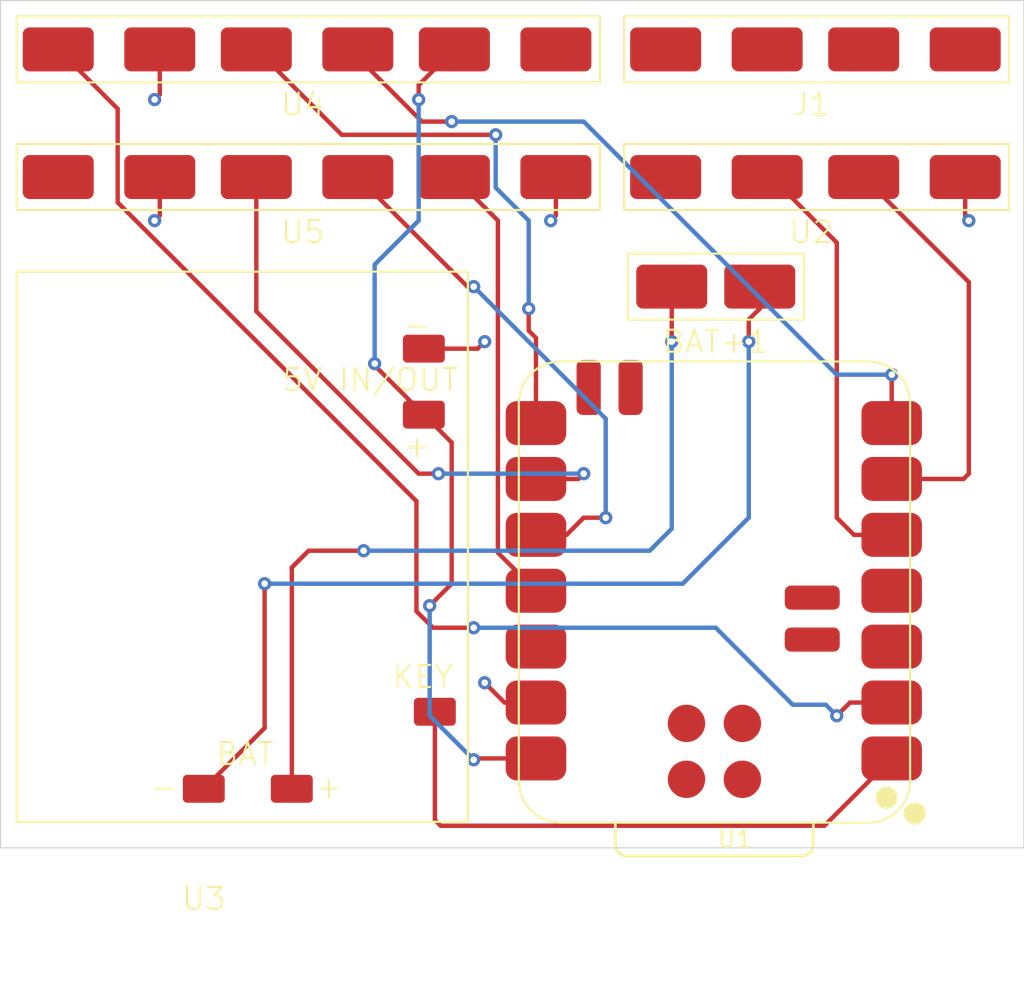
<source format=kicad_pcb>
(kicad_pcb (version 20241229) (generator "pcbnew") (generator_version "9.0")
  (layers (0 "F.Cu" power) (2 "B.Cu" power) (13 "F.Paste" user) (15 "B.Paste" user) (5 "F.SilkS" user "F.Silkscreen") (7 "B.SilkS" user "B.Silkscreen") (1 "F.Mask" user) (3 "B.Mask" user) (25 "Edge.Cuts" user))
  (net 0 "")
  (net 1 "Net-(BAT+1-Pin_2)")
  (net 2 "Net-(BAT+1-Pin_1)")
  (net 3 "Net-(J1-Pin_4)")
  (net 4 "Net-(J1-Pin_1)")
  (net 5 "Net-(J1-Pin_3)")
  (net 6 "Net-(J1-Pin_2)")
  (net 7 "Net-(U1-P0.02_A0_D0)")
  (net 8 "Net-(U1-P1.15_D10_MOSI)")
  (net 9 "Net-(U1-P1.13_D8_SCK)")
  (net 10 "GND")
  (net 11 "Net-(U1-P0.04_A4_D4_SDA)")
  (net 13 "Net-(U1-P0.03_A1_D1)")
  (net 14 "Net-(U1-P1.11_D6_TX)")
  (net 15 "Net-(U1-P1.12_D7_RX)")
  (net 16 "Net-(U1-P0.05_A5_D5_SCL)")
  (net 17 "+3.3V")
  (net 18 "Net-(U1-P1.14_D9_MISO)")
  (net 20 "+5V")
  (footprint "diy_recreations:SWD breakout" (layer "F.Cu") (at 165.836 79.7195)
    (property "Reference" "J1" (at 0 -0.5 0) (layer "F.SilkS") (effects (font (thickness 0.1))))
    (property "Value" "SWD breakout")
    (fp_rect (start -8.5 -4.5) (end 9 -1.5) (stroke (width 0.1)) (fill no) (layer "F.SilkS"))
    (pad "1" smd roundrect (at -6.613125 -3) (size 3.22625 2) (layers "F.Cu" "F.Mask" "F.Paste") (roundrect_rratio 0.15) (net 4 "Net-(J1-Pin_1)"))
    (pad "2" smd roundrect (at -2 -3) (size 3.22625 2) (layers "F.Cu" "F.Mask" "F.Paste") (roundrect_rratio 0.15) (net 6 "Net-(J1-Pin_2)"))
    (pad "3" smd roundrect (at 2.386875 -3) (size 3.22625 2) (layers "F.Cu" "F.Mask" "F.Paste") (roundrect_rratio 0.15) (net 5 "Net-(J1-Pin_3)"))
    (pad "4" smd roundrect (at 7 -3) (size 3.22625 2) (layers "F.Cu" "F.Mask" "F.Paste") (roundrect_rratio 0.15) (net 3 "Net-(J1-Pin_4)"))
  )
  (footprint "diy_recreations:BE-280 GPS" (layer "F.Cu") (at 142.736 79.7195)
    (property "Reference" "U4" (at 0 -0.5 0) (layer "F.SilkS") (effects (font (thickness 0.1))))
    (property "Value" "BE-280")
    (fp_rect (start -13 -4.5) (end 13.5 -1.5) (stroke (width 0.1)) (fill no) (layer "F.SilkS"))
    (pad "1" smd roundrect (at -11.113125 -3) (size 3.22625 2) (layers "F.Cu" "F.Mask" "F.Paste") (roundrect_rratio 0.15) (net 13 "Net-(U1-P0.03_A1_D1)"))
    (pad "2" smd roundrect (at -6.5 -3) (size 3.22625 2) (layers "F.Cu" "F.Mask" "F.Paste") (roundrect_rratio 0.15) (net 10 "GND"))
    (pad "3" smd roundrect (at -2.113125 -3) (size 3.22625 2) (layers "F.Cu" "F.Mask" "F.Paste") (roundrect_rratio 0.15) (net 15 "Net-(U1-P1.12_D7_RX)"))
    (pad "4" smd roundrect (at 2.5 -3) (size 3.22625 2) (layers "F.Cu" "F.Mask" "F.Paste") (roundrect_rratio 0.15) (net 14 "Net-(U1-P1.11_D6_TX)"))
    (pad "5" smd roundrect (at 6.886875 -3) (size 3.22625 2) (layers "F.Cu" "F.Mask" "F.Paste") (roundrect_rratio 0.15) (net 20 "+5V"))
    (pad "6" smd roundrect (at 11.5 -3) (size 3.22625 2) (layers "F.Cu" "F.Mask" "F.Paste") (roundrect_rratio 0.15))
  )
  (footprint "diy_recreations:SM5308 LiPo charger" (layer "F.Cu") (at 138.236 115.8195)
    (property "Reference" "U3" (at 0 -0.5 0) (layer "F.SilkS") (effects (font (thickness 0.1))))
    (property "Value" "SM5308 LiPo")
    (fp_rect (start -8.5 -29) (end 12 -4) (stroke (width 0.1)) (fill no) (layer "F.SilkS"))
    (fp_text user "KEY" (at 8.5 -10 0) (layer "F.SilkS") (effects (font (thickness 0.1)) (justify left bottom)))
    (fp_text user "-" (at -2.5 -5 0) (layer "F.SilkS") (effects (font (thickness 0.1)) (justify left bottom)))
    (fp_text user "BAT" (at 0.5 -6.5 0) (layer "F.SilkS") (effects (font (thickness 0.1)) (justify left bottom)))
    (fp_text user "-" (at 9 -26 0) (layer "F.SilkS") (effects (font (thickness 0.1)) (justify left bottom)))
    (fp_text user "+" (at 9 -20.5 0) (layer "F.SilkS") (effects (font (thickness 0.1)) (justify left bottom)))
    (fp_text user "+" (at 5 -5 0) (layer "F.SilkS") (effects (font (thickness 0.1)) (justify left bottom)))
    (fp_text user "5V IN/OUT" (at 3.5 -23.5 0) (layer "F.SilkS") (effects (font (thickness 0.1)) (justify left bottom)))
    (pad "1" smd roundrect (at 10 -22.5) (size 1.905 1.27) (layers "F.Cu" "F.Mask" "F.Paste") (roundrect_rratio 0.15) (net 20 "+5V"))
    (pad "2" smd roundrect (at 10 -25.5) (size 1.905 1.27) (layers "F.Cu" "F.Mask" "F.Paste") (roundrect_rratio 0.15) (net 10 "GND"))
    (pad "3" smd roundrect (at 10.5 -9) (size 1.905 1.27) (layers "F.Cu" "F.Mask" "F.Paste") (roundrect_rratio 0.15) (net 7 "Net-(U1-P0.02_A0_D0)"))
    (pad "4" smd roundrect (at 0 -5.5) (size 1.905 1.27) (layers "F.Cu" "F.Mask" "F.Paste") (roundrect_rratio 0.15) (net 1 "Net-(BAT+1-Pin_2)"))
    (pad "5" smd roundrect (at 4 -5.5) (size 1.905 1.27) (layers "F.Cu" "F.Mask" "F.Paste") (roundrect_rratio 0.15) (net 2 "Net-(BAT+1-Pin_1)"))
  )
  (footprint "diy_recreations:SSD1306" (layer "F.Cu") (at 165.836 85.5195)
    (property "Reference" "U2" (at 0 -0.5 0) (layer "F.SilkS") (effects (font (thickness 0.1))))
    (property "Value" "SSD1306")
    (fp_rect (start -8.5 -4.5) (end 9 -1.5) (stroke (width 0.1)) (fill no) (layer "F.SilkS"))
    (pad "7" smd roundrect (at 7 -3) (size 3.22625 2) (layers "F.Cu" "F.Mask" "F.Paste") (roundrect_rratio 0.15) (net 10 "GND"))
    (pad "10" smd roundrect (at 2.386875 -3) (size 3.22625 2) (layers "F.Cu" "F.Mask" "F.Paste") (roundrect_rratio 0.15) (net 16 "Net-(U1-P0.05_A5_D5_SCL)"))
    (pad "11" smd roundrect (at -2 -3) (size 3.22625 2) (layers "F.Cu" "F.Mask" "F.Paste") (roundrect_rratio 0.15) (net 11 "Net-(U1-P0.04_A4_D4_SDA)"))
    (pad "14" smd roundrect (at -6.613125 -3) (size 3.22625 2) (layers "F.Cu" "F.Mask" "F.Paste") (roundrect_rratio 0.15) (net 17 "+3.3V"))
  )
  (footprint "XIAO_Series_Footprints:XIAO-nRF52840-SMD" (layer "F.Cu") (at 170.3305 90.81975 180)
    (property "Reference" "U1" (at 7.112 -21.336 0) (layer "F.SilkS") (effects (font (size 0.78232 0.78232) (thickness 0.10668)) (justify right top)))
    (property "Value" "XIAO-nRF52840-SMD")
    (fp_line (start 17.78 -1.987) (end 17.78 -19.132) (stroke (width 0.1)) (layer "F.SilkS"))
    (fp_line (start 15.875 -21.037) (end 1.905 -21.037) (stroke (width 0.1)) (layer "F.SilkS"))
    (fp_line (start 13.394 -22.047) (end 13.394 -21.037) (stroke (width 0.127)) (layer "F.SilkS"))
    (fp_line (start 4.898728 -22.547) (end 12.894 -22.547) (stroke (width 0.127)) (layer "F.SilkS"))
    (fp_line (start 4.395 -21.037) (end 4.398728 -22.047272) (stroke (width 0.127)) (layer "F.SilkS"))
    (fp_line (start 1.905 -0.082) (end 15.875 -0.082) (stroke (width 0.1)) (layer "F.SilkS"))
    (fp_line (start 0 -1.987) (end 0 -19.132) (stroke (width 0.1)) (layer "F.SilkS"))
    (fp_arc (start 17.78 -1.987) (mid 17.222038 -0.639961) (end 15.875 -0.082) (stroke (width 0.1)) (layer "F.SilkS"))
    (fp_arc (start 15.875 -21.037) (mid 17.222016 -20.479031) (end 17.78 -19.132) (stroke (width 0.1)) (layer "F.SilkS"))
    (fp_arc (start 12.894 -22.547) (mid 13.247531 -22.400546) (end 13.394 -22.047) (stroke (width 0.127)) (layer "F.SilkS"))
    (fp_arc (start 4.398728 -22.047272) (mid 4.545276 -22.400644) (end 4.898728 -22.547) (stroke (width 0.127)) (layer "F.SilkS"))
    (fp_arc (start 1.905 -0.082) (mid 0.557962 -0.639962) (end 0 -1.987) (stroke (width 0.1)) (layer "F.SilkS"))
    (fp_arc (start 0 -19.136) (mid 0.557962 -20.483038) (end 1.905 -21.041) (stroke (width 0.1)) (layer "F.SilkS"))
    (fp_circle (center 1.064 -19.904) (end 1.064 -20.158) (stroke (width 0.5)) (fill yes) (layer "F.SilkS"))
    (fp_circle (center -0.21 -20.621) (end -0.21 -20.875) (stroke (width 0.5)) (fill yes) (layer "F.SilkS"))
    (pad "1" smd roundrect (at 0.835 -18.12 180) (size 2.75 2) (layers "F.Cu" "F.Mask" "F.Paste") (net 7 "Net-(U1-P0.02_A0_D0)"))
    (pad "2" smd roundrect (at 0.835 -15.58 180) (size 2.75 2) (layers "F.Cu" "F.Mask" "F.Paste") (net 13 "Net-(U1-P0.03_A1_D1)"))
    (pad "3" smd roundrect (at 0.835 -13.04 180) (size 2.75 2) (layers "F.Cu" "F.Mask" "F.Paste"))
    (pad "4" smd roundrect (at 0.835 -10.5 180) (size 2.75 2) (layers "F.Cu" "F.Mask" "F.Paste"))
    (pad "5" smd roundrect (at 0.835 -7.96 180) (size 2.75 2) (layers "F.Cu" "F.Mask" "F.Paste") (net 11 "Net-(U1-P0.04_A4_D4_SDA)"))
    (pad "6" smd roundrect (at 0.835 -5.42 180) (size 2.75 2) (layers "F.Cu" "F.Mask" "F.Paste") (net 16 "Net-(U1-P0.05_A5_D5_SCL)"))
    (pad "7" smd roundrect (at 0.835 -2.88 180) (size 2.75 2) (layers "F.Cu" "F.Mask" "F.Paste") (net 14 "Net-(U1-P1.11_D6_TX)"))
    (pad "8" smd roundrect (at 17 -2.88 180) (size 2.75 2) (layers "F.Cu" "F.Mask" "F.Paste") (net 15 "Net-(U1-P1.12_D7_RX)"))
    (pad "9" smd roundrect (at 17 -5.42 180) (size 2.75 2) (layers "F.Cu" "F.Mask" "F.Paste") (net 9 "Net-(U1-P1.13_D8_SCK)"))
    (pad "10" smd roundrect (at 17 -7.96 180) (size 2.75 2) (layers "F.Cu" "F.Mask" "F.Paste") (net 18 "Net-(U1-P1.14_D9_MISO)"))
    (pad "11" smd roundrect (at 17 -10.5 180) (size 2.75 2) (layers "F.Cu" "F.Mask" "F.Paste") (net 8 "Net-(U1-P1.15_D10_MOSI)"))
    (pad "12" smd roundrect (at 17 -13.04 180) (size 2.75 2) (layers "F.Cu" "F.Mask" "F.Paste") (net 17 "+3.3V"))
    (pad "13" smd roundrect (at 17 -15.58 180) (size 2.75 2) (layers "F.Cu" "F.Mask" "F.Paste") (net 10 "GND"))
    (pad "14" smd roundrect (at 17 -18.12 180) (size 2.75 2) (layers "F.Cu" "F.Mask" "F.Paste") (net 20 "+5V"))
    (pad "15" smd roundrect (at 4.445 -10.8135) (size 2.5 1.1) (layers "F.Cu" "F.Mask" "F.Paste"))
    (pad "16" smd roundrect (at 4.445 -12.7185) (size 2.5 1.1) (layers "F.Cu" "F.Mask" "F.Paste"))
    (pad "17" smd roundrect (at 12.7 -1.2631 90) (size 2.5 1.1) (layers "F.Cu" "F.Mask" "F.Paste"))
    (pad "18" smd roundrect (at 14.605 -1.2631 90) (size 2.5 1.1) (layers "F.Cu" "F.Mask" "F.Paste"))
    (pad "19" smd circle (at 7.62 -19.0685 180) (size 1.7 1.7) (layers "F.Cu" "F.Mask" "F.Paste"))
    (pad "20" smd circle (at 10.16 -19.0685 180) (size 1.7 1.7) (layers "F.Cu" "F.Mask" "F.Paste"))
    (pad "21" smd circle (at 7.62 -16.5285 180) (size 1.7 1.7) (layers "F.Cu" "F.Mask" "F.Paste"))
    (pad "22" smd circle (at 10.16 -16.5285 180) (size 1.7 1.7) (layers "F.Cu" "F.Mask" "F.Paste"))
  )
  (footprint "diy_recreations:Adafruit SD Breakout" (layer "F.Cu") (at 142.736 85.5195)
    (property "Reference" "U5" (at 0 -0.5 0) (layer "F.SilkS") (effects (font (thickness 0.1))))
    (property "Value" "SD Breakout")
    (fp_rect (start -13 -4.5) (end 13.5 -1.5) (stroke (width 0.1)) (fill no) (layer "F.SilkS"))
    (pad "1" smd roundrect (at -11.113125 -3) (size 3.22625 2) (layers "F.Cu" "F.Mask" "F.Paste") (roundrect_rratio 0.15) (net 17 "+3.3V"))
    (pad "2" smd roundrect (at -6.5 -3) (size 3.22625 2) (layers "F.Cu" "F.Mask" "F.Paste") (roundrect_rratio 0.15) (net 10 "GND"))
    (pad "3" smd roundrect (at -2.113125 -3) (size 3.22625 2) (layers "F.Cu" "F.Mask" "F.Paste") (roundrect_rratio 0.15) (net 9 "Net-(U1-P1.13_D8_SCK)"))
    (pad "4" smd roundrect (at 2.5 -3) (size 3.22625 2) (layers "F.Cu" "F.Mask" "F.Paste") (roundrect_rratio 0.15) (net 18 "Net-(U1-P1.14_D9_MISO)"))
    (pad "5" smd roundrect (at 6.886875 -3) (size 3.22625 2) (layers "F.Cu" "F.Mask" "F.Paste") (roundrect_rratio 0.15) (net 8 "Net-(U1-P1.15_D10_MOSI)"))
    (pad "6" smd roundrect (at 11.5 -3) (size 3.22625 2) (layers "F.Cu" "F.Mask" "F.Paste") (roundrect_rratio 0.15) (net 10 "GND"))
  )
  (footprint "diy_recreations:Battery Header" (layer "F.Cu") (at 161.5 90.5)
    (property "Reference" "BAT+1" (at 0 -0.5 0) (layer "F.SilkS") (effects (font (thickness 0.1))))
    (property "Value" "BAT-")
    (fp_rect (start -4 -4.5) (end 4 -1.5) (stroke (width 0.1)) (fill no) (layer "F.SilkS"))
    (pad "1" smd roundrect (at -2 -3) (size 3.22625 2) (layers "F.Cu" "F.Mask" "F.Paste") (roundrect_rratio 0.15) (net 2 "Net-(BAT+1-Pin_1)"))
    (pad "2" smd roundrect (at 2 -3) (size 3.22625 2) (layers "F.Cu" "F.Mask" "F.Paste") (roundrect_rratio 0.15) (net 1 "Net-(BAT+1-Pin_2)"))
  )
  (gr_rect (start 129 74.5) (end 175.5 113) (stroke (width 0.05)) (fill no) (layer "Edge.Cuts"))
  (segment (start 138.236 110.3195) (end 141 107.5555) (width 0.2) (layer "F.Cu") (net 1))
  (segment (start 163 89) (end 163.5 88.499999) (width 0.2) (layer "F.Cu") (net 1))
  (segment (start 141 107.5555) (end 141 101) (width 0.2) (layer "F.Cu") (net 1))
  (segment (start 163 90) (end 163 89) (width 0.2) (layer "F.Cu") (net 1))
  (segment (start 163.5 88.499999) (end 163.5 87.5) (width 0.2) (layer "F.Cu") (net 1))
  (via (at 141 101) (size 0.6) (drill 0.3) (layers "F.Cu" "B.Cu") (net 1))
  (via (at 163 90) (size 0.6) (drill 0.3) (layers "F.Cu" "B.Cu") (net 1))
  (segment (start 163 98) (end 163 90) (width 0.2) (layer "B.Cu") (net 1))
  (segment (start 141 101) (end 160 101) (width 0.2) (layer "B.Cu") (net 1))
  (segment (start 160 101) (end 163 98) (width 0.2) (layer "B.Cu") (net 1))
  (segment (start 142.5 100) (end 143 99.5) (width 0.2) (layer "F.Cu") (net 2))
  (segment (start 142.236 100.264) (end 142.5 100) (width 0.2) (layer "F.Cu") (net 2))
  (segment (start 143 99.5) (end 145.5 99.5) (width 0.2) (layer "F.Cu") (net 2))
  (segment (start 142.236 110.3195) (end 142.236 100.264) (width 0.2) (layer "F.Cu") (net 2))
  (segment (start 159.5 90) (end 159.5 87.5) (width 0.2) (layer "F.Cu") (net 2))
  (via (at 145.5 99.5) (size 0.6) (drill 0.3) (layers "F.Cu" "B.Cu") (net 2))
  (via (at 159.5 90) (size 0.6) (drill 0.3) (layers "F.Cu" "B.Cu") (net 2))
  (segment (start 145.5 99.5) (end 158.5 99.5) (width 0.2) (layer "B.Cu") (net 2))
  (segment (start 159.5 98.5) (end 159.5 90) (width 0.2) (layer "B.Cu") (net 2))
  (segment (start 158.5 99.5) (end 159.5 98.5) (width 0.2) (layer "B.Cu") (net 2))
  (segment (start 166.43525 112) (end 169.4955 108.93975) (width 0.2) (layer "F.Cu") (net 7))
  (segment (start 148.736 106.8195) (end 148.736 111.736) (width 0.2) (layer "F.Cu") (net 7))
  (segment (start 149 112) (end 166.43525 112) (width 0.2) (layer "F.Cu") (net 7))
  (segment (start 148.736 111.736) (end 149 112) (width 0.2) (layer "F.Cu") (net 7))
  (segment (start 149.622875 82.5195) (end 151.601 84.497625) (width 0.2) (layer "F.Cu") (net 8))
  (segment (start 151.601 99.59025) (end 153.3305 101.31975) (width 0.2) (layer "F.Cu") (net 8))
  (segment (start 151.601 84.497625) (end 151.601 99.59025) (width 0.2) (layer "F.Cu") (net 8))
  (segment (start 140.622875 82.5195) (end 140.622875 88.622875) (width 0.2) (layer "F.Cu") (net 9))
  (segment (start 148 96) (end 148.9 96) (width 0.2) (layer "F.Cu") (net 9))
  (segment (start 155.5 96) (end 155.26025 96.23975) (width 0.2) (layer "F.Cu") (net 9))
  (segment (start 140.622875 88.622875) (end 148 96) (width 0.2) (layer "F.Cu") (net 9))
  (segment (start 155.26025 96.23975) (end 153.3305 96.23975) (width 0.2) (layer "F.Cu") (net 9))
  (via (at 148.9 96) (size 0.6) (drill 0.3) (layers "F.Cu" "B.Cu") (net 9))
  (via (at 155.5 96) (size 0.6) (drill 0.3) (layers "F.Cu" "B.Cu") (net 9))
  (segment (start 148.9 96) (end 155.5 96) (width 0.2) (layer "B.Cu") (net 9))
  (segment (start 148.236 90.3195) (end 150.6805 90.3195) (width 0.2) (layer "F.Cu") (net 10))
  (segment (start 136.236 84.264) (end 136 84.5) (width 0.2) (layer "F.Cu") (net 10))
  (segment (start 172.836 82.5195) (end 172.836 84.336) (width 0.2) (layer "F.Cu") (net 10))
  (segment (start 172.836 84.336) (end 173 84.5) (width 0.2) (layer "F.Cu") (net 10))
  (segment (start 136.236 82.5195) (end 136.236 84.264) (width 0.2) (layer "F.Cu") (net 10))
  (segment (start 136.236 78.764) (end 136 79) (width 0.2) (layer "F.Cu") (net 10))
  (segment (start 154.236 82.5195) (end 154.236 84.264) (width 0.2) (layer "F.Cu") (net 10))
  (segment (start 153.3305 106.39975) (end 151.89975 106.39975) (width 0.2) (layer "F.Cu") (net 10))
  (segment (start 150.6805 90.3195) (end 151 90) (width 0.2) (layer "F.Cu") (net 10))
  (segment (start 154.236 84.264) (end 154 84.5) (width 0.2) (layer "F.Cu") (net 10))
  (segment (start 151.89975 106.39975) (end 151 105.5) (width 0.2) (layer "F.Cu") (net 10))
  (segment (start 136.236 76.7195) (end 136.236 78.764) (width 0.2) (layer "F.Cu") (net 10))
  (via (at 136 79) (size 0.6) (drill 0.3) (layers "F.Cu" "B.Cu") (net 10))
  (via (at 151 90) (size 0.6) (drill 0.3) (layers "F.Cu" "B.Cu") (net 10))
  (via (at 173 84.5) (size 0.6) (drill 0.3) (layers "F.Cu" "B.Cu") (net 10))
  (via (at 154 84.5) (size 0.6) (drill 0.3) (layers "F.Cu" "B.Cu") (net 10))
  (via (at 136 84.5) (size 0.6) (drill 0.3) (layers "F.Cu" "B.Cu") (net 10))
  (via (at 151 105.5) (size 0.6) (drill 0.3) (layers "F.Cu" "B.Cu") (net 10))
  (segment (start 167 98) (end 167.77975 98.77975) (width 0.2) (layer "F.Cu") (net 11))
  (segment (start 164.0195 82.5195) (end 167 85.5) (width 0.2) (layer "F.Cu") (net 11))
  (segment (start 167 85.5) (end 167 98) (width 0.2) (layer "F.Cu") (net 11))
  (segment (start 163.836 82.5195) (end 164.0195 82.5195) (width 0.2) (layer "F.Cu") (net 11))
  (segment (start 167.77975 98.77975) (end 169.4955 98.77975) (width 0.2) (layer "F.Cu") (net 11))
  (segment (start 134.321875 83.671818) (end 147.899 97.248943) (width 0.2) (layer "F.Cu") (net 13))
  (segment (start 147.899 97.248943) (end 147.899 102.248943) (width 0.2) (layer "F.Cu") (net 13))
  (segment (start 131.622875 76.7195) (end 134.321875 79.4185) (width 0.2) (layer "F.Cu") (net 13))
  (segment (start 167.60025 106.39975) (end 169.4955 106.39975) (width 0.2) (layer "F.Cu") (net 13))
  (segment (start 167 107) (end 167.60025 106.39975) (width 0.2) (layer "F.Cu") (net 13))
  (segment (start 134.321875 79.4185) (end 134.321875 83.671818) (width 0.2) (layer "F.Cu") (net 13))
  (segment (start 148.650057 103) (end 150.5 103) (width 0.2) (layer "F.Cu") (net 13))
  (segment (start 147.899 102.248943) (end 148.650057 103) (width 0.2) (layer "F.Cu") (net 13))
  (via (at 150.5 103) (size 0.6) (drill 0.3) (layers "F.Cu" "B.Cu") (net 13))
  (via (at 167 107) (size 0.6) (drill 0.3) (layers "F.Cu" "B.Cu") (net 13))
  (segment (start 167 107) (end 166.5 106.5) (width 0.2) (layer "B.Cu") (net 13))
  (segment (start 161.5 103) (end 150.5 103) (width 0.2) (layer "B.Cu") (net 13))
  (segment (start 166.5 106.5) (end 165 106.5) (width 0.2) (layer "B.Cu") (net 13))
  (segment (start 165 106.5) (end 161.5 103) (width 0.2) (layer "B.Cu") (net 13))
  (segment (start 145.236 77.085943) (end 148.150057 80) (width 0.2) (layer "F.Cu") (net 14))
  (segment (start 145.236 76.7195) (end 145.236 77.085943) (width 0.2) (layer "F.Cu") (net 14))
  (segment (start 169.4955 91.5045) (end 169.4955 93.69975) (width 0.2) (layer "F.Cu") (net 14))
  (segment (start 169.5 91.5) (end 169.4955 91.5045) (width 0.2) (layer "F.Cu") (net 14))
  (segment (start 148.150057 80) (end 149.5 80) (width 0.2) (layer "F.Cu") (net 14))
  (via (at 169.5 91.5) (size 0.6) (drill 0.3) (layers "F.Cu" "B.Cu") (net 14))
  (via (at 149.5 80) (size 0.6) (drill 0.3) (layers "F.Cu" "B.Cu") (net 14))
  (segment (start 149.5 80) (end 155.5 80) (width 0.2) (layer "B.Cu") (net 14))
  (segment (start 155.5 80) (end 167 91.5) (width 0.2) (layer "B.Cu") (net 14))
  (segment (start 167 91.5) (end 169.5 91.5) (width 0.2) (layer "B.Cu") (net 14))
  (segment (start 153 88.5) (end 153 89.5) (width 0.2) (layer "F.Cu") (net 15))
  (segment (start 144.504375 80.601) (end 151.499 80.601) (width 0.2) (layer "F.Cu") (net 15))
  (segment (start 153 89.5) (end 153.3305 89.8305) (width 0.2) (layer "F.Cu") (net 15))
  (segment (start 151.499 80.601) (end 151.5 80.6) (width 0.2) (layer "F.Cu") (net 15))
  (segment (start 153.3305 89.8305) (end 153.3305 93.69975) (width 0.2) (layer "F.Cu") (net 15))
  (segment (start 140.622875 76.7195) (end 144.504375 80.601) (width 0.2) (layer "F.Cu") (net 15))
  (via (at 153 88.5) (size 0.6) (drill 0.3) (layers "F.Cu" "B.Cu") (net 15))
  (via (at 151.5 80.6) (size 0.6) (drill 0.3) (layers "F.Cu" "B.Cu") (net 15))
  (segment (start 151.5 80.6) (end 151.5 83) (width 0.2) (layer "B.Cu") (net 15))
  (segment (start 151.5 83) (end 152.5 84) (width 0.2) (layer "B.Cu") (net 15))
  (segment (start 152.5 84) (end 153 84.5) (width 0.2) (layer "B.Cu") (net 15))
  (segment (start 153 84.5) (end 153 88.5) (width 0.2) (layer "B.Cu") (net 15))
  (segment (start 172.76025 96.23975) (end 169.4955 96.23975) (width 0.2) (layer "F.Cu") (net 16))
  (segment (start 168.222875 82.5195) (end 173 87.296625) (width 0.2) (layer "F.Cu") (net 16))
  (segment (start 173 96) (end 172.76025 96.23975) (width 0.2) (layer "F.Cu") (net 16))
  (segment (start 173 87.296625) (end 173 96) (width 0.2) (layer "F.Cu") (net 16))
  (segment (start 154.72025 98.77975) (end 153.3305 98.77975) (width 0.2) (layer "F.Cu") (net 18))
  (segment (start 156.5 98) (end 155.5 98) (width 0.2) (layer "F.Cu") (net 18))
  (segment (start 150.2165 87.5) (end 150.5 87.5) (width 0.2) (layer "F.Cu") (net 18))
  (segment (start 145.236 82.5195) (end 150.2165 87.5) (width 0.2) (layer "F.Cu") (net 18))
  (segment (start 155.5 98) (end 154.72025 98.77975) (width 0.2) (layer "F.Cu") (net 18))
  (via (at 150.5 87.5) (size 0.6) (drill 0.3) (layers "F.Cu" "B.Cu") (net 18))
  (via (at 156.5 98) (size 0.6) (drill 0.3) (layers "F.Cu" "B.Cu") (net 18))
  (segment (start 150.5 87.5) (end 156.5 93.5) (width 0.2) (layer "B.Cu") (net 18))
  (segment (start 156.5 93.5) (end 156.5 98) (width 0.2) (layer "B.Cu") (net 18))
  (segment (start 146 91.0835) (end 146 91) (width 0.2) (layer "F.Cu") (net 20))
  (segment (start 153.3305 108.93975) (end 150.56025 108.93975) (width 0.2) (layer "F.Cu") (net 20))
  (segment (start 150.56025 108.93975) (end 150.5 109) (width 0.2) (layer "F.Cu") (net 20))
  (segment (start 148 79) (end 148 78.342375) (width 0.2) (layer "F.Cu") (net 20))
  (segment (start 148.5 102) (end 149.5 101) (width 0.2) (layer "F.Cu") (net 20))
  (segment (start 148.236 93.3195) (end 146 91.0835) (width 0.2) (layer "F.Cu") (net 20))
  (segment (start 149.5 101) (end 149.5 94.5835) (width 0.2) (layer "F.Cu") (net 20))
  (segment (start 148 78.342375) (end 149.622875 76.7195) (width 0.2) (layer "F.Cu") (net 20))
  (segment (start 149.5 94.5835) (end 148.236 93.3195) (width 0.2) (layer "F.Cu") (net 20))
  (via (at 150.5 109) (size 0.6) (drill 0.3) (layers "F.Cu" "B.Cu") (net 20))
  (via (at 146 91) (size 0.6) (drill 0.3) (layers "F.Cu" "B.Cu") (net 20))
  (via (at 148.5 102) (size 0.6) (drill 0.3) (layers "F.Cu" "B.Cu") (net 20))
  (via (at 148 79) (size 0.6) (drill 0.3) (layers "F.Cu" "B.Cu") (net 20))
  (segment (start 148 84.5) (end 146 86.5) (width 0.2) (layer "B.Cu") (net 20))
  (segment (start 150.5 109) (end 148.5 107) (width 0.2) (layer "B.Cu") (net 20))
  (segment (start 148.5 107) (end 148.5 102) (width 0.2) (layer "B.Cu") (net 20))
  (segment (start 146 86.5) (end 146 91) (width 0.2) (layer "B.Cu") (net 20))
  (segment (start 148 79) (end 148 84.5) (width 0.2) (layer "B.Cu") (net 20))
)
</source>
